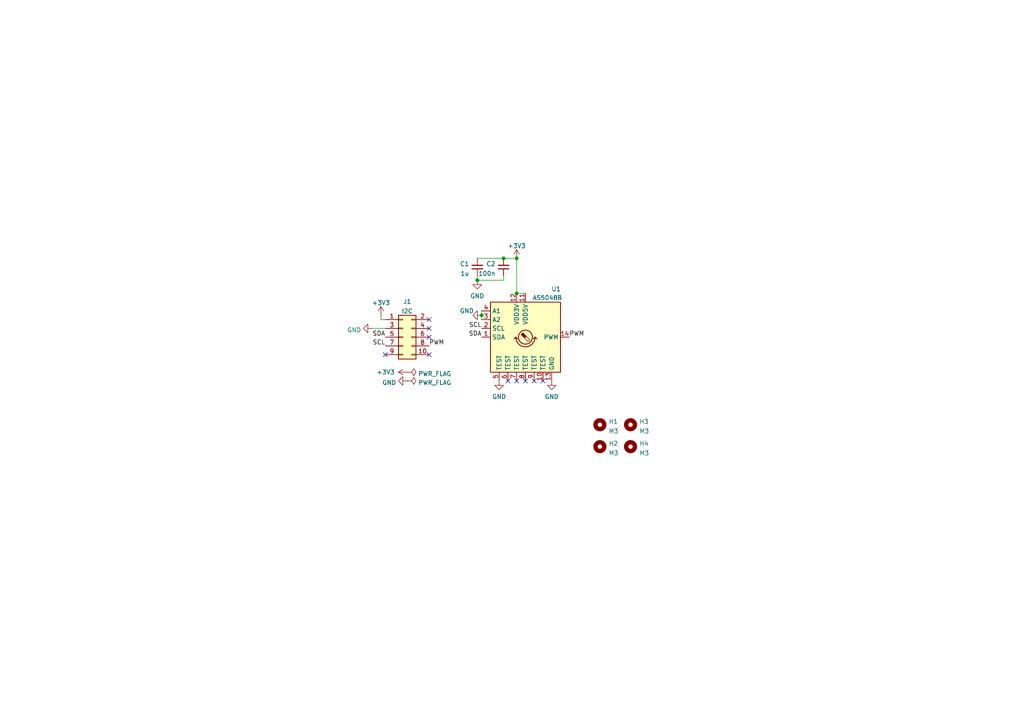
<source format=kicad_sch>
(kicad_sch (version 20211123) (generator eeschema)
  (paper "A4")
  (lib_symbols
    (symbol "Connector_Generic:Conn_02x05_Odd_Even" (pin_names (offset 1.016) hide)
      (property "Reference" "J" (at 1.27 7.62 0))
      (property "Value" "Conn_02x05_Odd_Even" (at 1.27 -7.62 0))
      (symbol "Conn_02x05_Odd_Even_1_1"
        (rectangle (start -1.27 -4.953) (end 0 -5.207) (stroke (width 0.1524)))
        (rectangle (start -1.27 -2.413) (end 0 -2.667) (stroke (width 0.1524)))
        (rectangle (start -1.27 0.127) (end 0 -0.127) (stroke (width 0.1524)))
        (rectangle (start -1.27 2.667) (end 0 2.413) (stroke (width 0.1524)))
        (rectangle (start -1.27 5.207) (end 0 4.953) (stroke (width 0.1524)))
        (rectangle (start -1.27 6.35) (end 3.81 -6.35) (stroke (width 0.254)) (fill (type background)))
        (rectangle (start 3.81 -4.953) (end 2.54 -5.207) (stroke (width 0.1524)))
        (rectangle (start 3.81 -2.413) (end 2.54 -2.667) (stroke (width 0.1524)))
        (rectangle (start 3.81 0.127) (end 2.54 -0.127) (stroke (width 0.1524)))
        (rectangle (start 3.81 2.667) (end 2.54 2.413) (stroke (width 0.1524)))
        (rectangle (start 3.81 5.207) (end 2.54 4.953) (stroke (width 0.1524)))
        (pin passive line (at -5.08 5.08 0) (length 3.81) (name "Pin_1") (number "1"))
        (pin passive line (at 7.62 -5.08 180) (length 3.81) (name "Pin_10") (number "10"))
        (pin passive line (at 7.62 5.08 180) (length 3.81) (name "Pin_2") (number "2"))
        (pin passive line (at -5.08 2.54 0) (length 3.81) (name "Pin_3") (number "3"))
        (pin passive line (at 7.62 2.54 180) (length 3.81) (name "Pin_4") (number "4"))
        (pin passive line (at -5.08 0 0) (length 3.81) (name "Pin_5") (number "5"))
        (pin passive line (at 7.62 0 180) (length 3.81) (name "Pin_6") (number "6"))
        (pin passive line (at -5.08 -2.54 0) (length 3.81) (name "Pin_7") (number "7"))
        (pin passive line (at 7.62 -2.54 180) (length 3.81) (name "Pin_8") (number "8"))
        (pin passive line (at -5.08 -5.08 0) (length 3.81) (name "Pin_9") (number "9"))
      )
    )
    (symbol "Device:C_Small" (pin_numbers hide) (pin_names (offset 0.254) hide)
      (property "Reference" "C" (at 0.254 1.778 0))
      (property "Value" "C_Small" (at 0.254 -2.032 0))
      (symbol "C_Small_0_1"
        (polyline (pts (xy -1.524 -0.508) (xy 1.524 -0.508)) (stroke (width 0.3302)))
        (polyline (pts (xy -1.524 0.508) (xy 1.524 0.508)) (stroke (width 0.3048)))
      )
      (symbol "C_Small_1_1"
        (pin passive line (at 0 2.54 270) (length 2.032) (name "~") (number "1"))
        (pin passive line (at 0 -2.54 90) (length 2.032) (name "~") (number "2"))
      )
    )
    (symbol "Mechanical:MountingHole" (pin_names (offset 1.016))
      (property "Reference" "H" (at 0 5.08 0))
      (property "Value" "MountingHole" (at 0 3.175 0))
      (symbol "MountingHole_0_1"
        (circle (center 0 0) (radius 1.27) (stroke (width 1.27)))
      )
    )
    (symbol "Sensor_Magnetic:AS5048B"
      (property "Reference" "U" (at -10.16 11.43 0))
      (property "Value" "AS5048B" (at 10.16 11.43 0))
      (symbol "AS5048B_0_1"
        (rectangle (start -10.16 10.16) (end 10.16 -10.16) (stroke (width 0.254)) (fill (type background)))
        (arc (start -2.794 0) (mid 0 -2.794) (end 2.794 0) (stroke (width 0.254)))
        (polyline (pts (xy -2.794 0) (xy -3.302 -0.508)) (stroke (width 0.254)))
        (polyline (pts (xy -2.794 0) (xy -2.286 -0.508)) (stroke (width 0.254)))
        (polyline (pts (xy 2.794 0) (xy 2.286 -0.508)) (stroke (width 0.254)))
        (polyline (pts (xy 2.794 0) (xy 3.302 -0.508)) (stroke (width 0.254)))
      )
      (symbol "AS5048B_1_1"
        (polyline (pts (xy 0.254 0.254) (xy 1.27 -0.762) (xy 0.762 -1.27) (xy -0.254 -0.254)))
        (polyline (pts (xy -0.762 1.27) (xy 0.254 0.254) (xy -0.254 -0.254) (xy -1.27 0.762) (xy -1.016 1.016) (xy -0.762 1.27) (xy -0.635 1.143)) (fill (type outline)))
        (circle (center 0 0) (radius 2.032) (stroke (width 0.254)))
        (pin bidirectional line (at -12.7 0 0) (length 2.54) (name "SDA") (number "1"))
        (pin passive line (at 5.08 -12.7 90) (length 2.54) (name "TEST") (number "10"))
        (pin power_in line (at 0 12.7 270) (length 2.54) (name "VDD5V") (number "11"))
        (pin power_in line (at -2.54 12.7 270) (length 2.54) (name "VDD3V") (number "12"))
        (pin power_in line (at 7.62 -12.7 90) (length 2.54) (name "GND") (number "13"))
        (pin output line (at 12.7 0 180) (length 2.54) (name "PWM") (number "14"))
        (pin input line (at -12.7 2.54 0) (length 2.54) (name "SCL") (number "2"))
        (pin input line (at -12.7 5.08 0) (length 2.54) (name "A2") (number "3"))
        (pin input line (at -12.7 7.62 0) (length 2.54) (name "A1") (number "4"))
        (pin passive line (at -7.62 -12.7 90) (length 2.54) (name "TEST") (number "5"))
        (pin passive line (at -5.08 -12.7 90) (length 2.54) (name "TEST") (number "6"))
        (pin passive line (at -2.54 -12.7 90) (length 2.54) (name "TEST") (number "7"))
        (pin passive line (at 0 -12.7 90) (length 2.54) (name "TEST") (number "8"))
        (pin passive line (at 2.54 -12.7 90) (length 2.54) (name "TEST") (number "9"))
      )
    )
    (symbol "power:+3V3" (power) (pin_names (offset 0))
      (property "Value" "+3V3" (at 0 3.556 0))
      (symbol "+3V3_0_1"
        (polyline (pts (xy -0.762 1.27) (xy 0 2.54)))
        (polyline (pts (xy 0 0) (xy 0 2.54)))
        (polyline (pts (xy 0 2.54) (xy 0.762 1.27)))
      )
      (symbol "+3V3_1_1"
        (pin power_in line (at 0 0 90) (length 0) hide (name "+3V3") (number "1"))
      )
    )
    (symbol "power:GND" (power) (pin_names (offset 0))
      (property "Value" "GND" (at 0 -3.81 0))
      (symbol "GND_0_1"
        (polyline (pts (xy 0 0) (xy 0 -1.27) (xy 1.27 -1.27) (xy 0 -2.54) (xy -1.27 -1.27) (xy 0 -1.27)))
      )
      (symbol "GND_1_1"
        (pin power_in line (at 0 0 270) (length 0) hide (name "GND") (number "1"))
      )
    )
    (symbol "power:PWR_FLAG" (power) (pin_numbers hide) (pin_names (offset 0) hide)
      (property "Value" "PWR_FLAG" (at 0 3.81 0))
      (symbol "PWR_FLAG_0_0"
        (pin power_out line (at 0 0 90) (length 0) (name "pwr") (number "1"))
      )
      (symbol "PWR_FLAG_0_1"
        (polyline (pts (xy 0 0) (xy 0 1.27) (xy -1.016 1.905) (xy 0 2.54) (xy 1.016 1.905) (xy 0 1.27)))
      )
    )
  )
  (junction (at 149.86 85.09))
  (junction (at 138.43 81.28))
  (junction (at 146.05 74.93))
  (junction (at 139.7 91.44))
  (junction (at 149.86 74.93))
  (no_connect (at 124.46 92.71))
  (no_connect (at 124.46 97.79))
  (no_connect (at 124.46 95.25))
  (no_connect (at 111.76 102.87))
  (no_connect (at 124.46 102.87))
  (no_connect (at 152.4 110.49))
  (no_connect (at 154.94 110.49))
  (no_connect (at 149.86 110.49))
  (no_connect (at 147.32 110.49))
  (no_connect (at 157.48 110.49))
  (wire (pts (xy 146.05 80.01) (xy 146.05 81.28)))
  (wire (pts (xy 139.7 90.17) (xy 139.7 91.44)))
  (wire (pts (xy 138.43 74.93) (xy 146.05 74.93)))
  (wire (pts (xy 138.43 81.28) (xy 146.05 81.28)))
  (wire (pts (xy 110.49 91.44) (xy 110.49 92.71)))
  (wire (pts (xy 149.86 74.93) (xy 149.86 85.09)))
  (wire (pts (xy 107.95 95.25) (xy 111.76 95.25)))
  (wire (pts (xy 138.43 80.01) (xy 138.43 81.28)))
  (wire (pts (xy 146.05 74.93) (xy 149.86 74.93)))
  (wire (pts (xy 110.49 92.71) (xy 111.76 92.71)))
  (wire (pts (xy 139.7 91.44) (xy 139.7 92.71)))
  (wire (pts (xy 149.86 85.09) (xy 152.4 85.09)))
  (label "PWM" (at 165.1 97.79 0))
  (label "PWM" (at 124.46 100.33 0))
  (label "SDA" (at 111.76 97.79 180))
  (label "SCL" (at 111.76 100.33 180))
  (label "SDA" (at 139.7 97.79 180))
  (label "SCL" (at 139.7 95.25 180))
  (symbol (lib_id "Sensor_Magnetic:AS5048B") (at 152.4 97.79 0) (unit 1)
    (property "Reference" "U1" (at 161.29 83.82 0))
    (property "Value" "AS5048B" (at 158.75 86.36 0))
    (property "Footprint" "Package_SO:TSSOP-14_4.4x5mm_P0.65mm" (effects hide))
    (property "Datasheet" "https://ams.com/documents/20143/36005/AS5048_DS000298_4-00.pdf" (effects hide))
  )
  (symbol (lib_id "Device:C_Small") (at 138.43 77.47 0) (mirror x) (unit 1)
    (property "Reference" "C1" (at 136.1059 76.5551 0) (effects (justify right)))
    (property "Value" "1u" (at 136.1059 79.3302 0) (effects (justify right)))
    (property "Footprint" "Capacitor_SMD:C_0603_1608Metric" (effects hide))
  )
  (symbol (lib_id "power:GND") (at 107.95 95.25 270) (unit 1)
    (property "Reference" "#PWR01" (effects hide))
    (property "Value" "GND" (at 104.7751 95.729 90) (effects (justify right)))
  )
  (symbol (lib_id "Mechanical:MountingHole") (at 173.99 123.19 0) (unit 1)
    (property "Reference" "H1" (at 176.53 122.2815 0) (effects (justify left)))
    (property "Value" "M3" (at 176.53 125.0566 0) (effects (justify left)))
    (property "Footprint" "MountingHole:MountingHole_3.2mm_M3_ISO14580_Pad_TopBottom" (effects hide))
  )
  (symbol (lib_id "Mechanical:MountingHole") (at 182.88 123.19 0) (unit 1)
    (property "Reference" "H3" (at 185.42 122.2815 0) (effects (justify left)))
    (property "Value" "M3" (at 185.42 125.0566 0) (effects (justify left)))
    (property "Footprint" "MountingHole:MountingHole_3.2mm_M3_ISO14580_Pad_TopBottom" (effects hide))
  )
  (symbol (lib_id "power:+3V3") (at 110.49 91.44 0) (unit 1)
    (property "Reference" "#PWR02" (effects hide))
    (property "Value" "+3V3" (at 110.49 87.8355 0))
  )
  (symbol (lib_id "power:PWR_FLAG") (at 118.11 110.49 270) (unit 1)
    (property "Reference" "#FLG02" (effects hide))
    (property "Value" "PWR_FLAG" (at 121.285 110.969 90) (effects (justify left)))
  )
  (symbol (lib_id "power:PWR_FLAG") (at 118.11 107.95 270) (unit 1)
    (property "Reference" "#FLG01" (effects hide))
    (property "Value" "PWR_FLAG" (at 121.285 108.429 90) (effects (justify left)))
  )
  (symbol (lib_id "Mechanical:MountingHole") (at 182.88 129.54 0) (unit 1)
    (property "Reference" "H4" (at 185.42 128.6315 0) (effects (justify left)))
    (property "Value" "M3" (at 185.42 131.4066 0) (effects (justify left)))
    (property "Footprint" "MountingHole:MountingHole_3.2mm_M3_ISO14580_Pad_TopBottom" (effects hide))
  )
  (symbol (lib_id "power:GND") (at 144.78 110.49 0) (unit 1)
    (property "Reference" "#PWR07" (effects hide))
    (property "Value" "GND" (at 144.78 115.0525 0))
  )
  (symbol (lib_id "power:GND") (at 138.43 81.28 0) (unit 1)
    (property "Reference" "#PWR05" (effects hide))
    (property "Value" "GND" (at 138.43 85.8425 0))
  )
  (symbol (lib_id "Device:C_Small") (at 146.05 77.47 0) (mirror x) (unit 1)
    (property "Reference" "C2" (at 143.7259 76.5551 0) (effects (justify right)))
    (property "Value" "100n" (at 143.7259 79.3302 0) (effects (justify right)))
    (property "Footprint" "Capacitor_SMD:C_0603_1608Metric" (effects hide))
  )
  (symbol (lib_id "Mechanical:MountingHole") (at 173.99 129.54 0) (unit 1)
    (property "Reference" "H2" (at 176.53 128.6315 0) (effects (justify left)))
    (property "Value" "M3" (at 176.53 131.4066 0) (effects (justify left)))
    (property "Footprint" "MountingHole:MountingHole_3.2mm_M3_ISO14580_Pad_TopBottom" (effects hide))
  )
  (symbol (lib_id "Connector_Generic:Conn_02x05_Odd_Even") (at 116.84 97.79 0) (unit 1)
    (property "Reference" "J1" (at 118.11 87.4735 0))
    (property "Value" "I2C" (at 118.11 90.2486 0))
    (property "Footprint" "Connector_PinHeader_1.27mm:PinHeader_2x05_P1.27mm_Vertical_SMD" (effects hide))
  )
  (symbol (lib_id "power:GND") (at 118.11 110.49 270) (unit 1)
    (property "Reference" "#PWR04" (effects hide))
    (property "Value" "GND" (at 114.9351 110.969 90) (effects (justify right)))
  )
  (symbol (lib_id "power:+3V3") (at 149.86 74.93 0) (unit 1)
    (property "Reference" "#PWR08" (effects hide))
    (property "Value" "+3V3" (at 149.86 71.3255 0))
  )
  (symbol (lib_id "power:GND") (at 139.7 91.44 270) (unit 1)
    (property "Reference" "#PWR06" (effects hide))
    (property "Value" "GND" (at 133.35 90.17 90) (effects (justify left)))
  )
  (symbol (lib_id "power:+3V3") (at 118.11 107.95 90) (unit 1)
    (property "Reference" "#PWR03" (effects hide))
    (property "Value" "+3V3" (at 109.22 107.95 90) (effects (justify right)))
  )
  (symbol (lib_id "power:GND") (at 160.02 110.49 0) (unit 1)
    (property "Reference" "#PWR09" (effects hide))
    (property "Value" "GND" (at 160.02 115.0525 0))
  )
)
</source>
